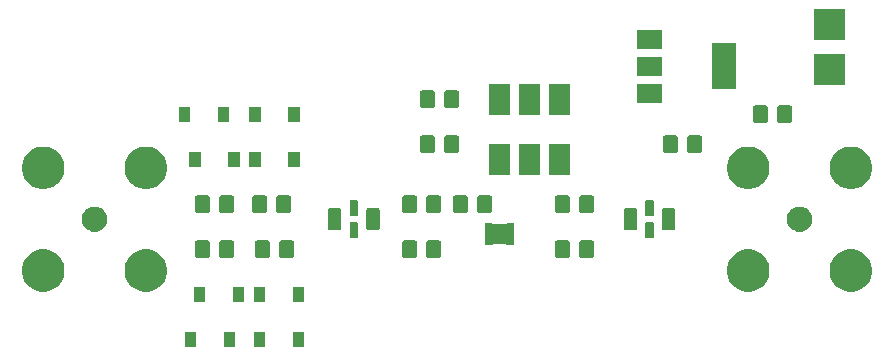
<source format=gbr>
G04 #@! TF.GenerationSoftware,KiCad,Pcbnew,5.1.5-52549c5~84~ubuntu18.04.1*
G04 #@! TF.CreationDate,2020-03-18T11:06:09+09:30*
G04 #@! TF.ProjectId,Frontend V2,46726f6e-7465-46e6-9420-56322e6b6963,rev?*
G04 #@! TF.SameCoordinates,Original*
G04 #@! TF.FileFunction,Soldermask,Top*
G04 #@! TF.FilePolarity,Negative*
%FSLAX46Y46*%
G04 Gerber Fmt 4.6, Leading zero omitted, Abs format (unit mm)*
G04 Created by KiCad (PCBNEW 5.1.5-52549c5~84~ubuntu18.04.1) date 2020-03-18 11:06:09*
%MOMM*%
%LPD*%
G04 APERTURE LIST*
%ADD10C,0.100000*%
G04 APERTURE END LIST*
D10*
G36*
X157471000Y-64151000D02*
G01*
X156469000Y-64151000D01*
X156469000Y-62849000D01*
X157471000Y-62849000D01*
X157471000Y-64151000D01*
G37*
G36*
X154171000Y-64151000D02*
G01*
X153169000Y-64151000D01*
X153169000Y-62849000D01*
X154171000Y-62849000D01*
X154171000Y-64151000D01*
G37*
G36*
X151631000Y-64151000D02*
G01*
X150629000Y-64151000D01*
X150629000Y-62849000D01*
X151631000Y-62849000D01*
X151631000Y-64151000D01*
G37*
G36*
X148331000Y-64151000D02*
G01*
X147329000Y-64151000D01*
X147329000Y-62849000D01*
X148331000Y-62849000D01*
X148331000Y-64151000D01*
G37*
G36*
X149091000Y-60341000D02*
G01*
X148089000Y-60341000D01*
X148089000Y-59039000D01*
X149091000Y-59039000D01*
X149091000Y-60341000D01*
G37*
G36*
X157471000Y-60341000D02*
G01*
X156469000Y-60341000D01*
X156469000Y-59039000D01*
X157471000Y-59039000D01*
X157471000Y-60341000D01*
G37*
G36*
X154171000Y-60341000D02*
G01*
X153169000Y-60341000D01*
X153169000Y-59039000D01*
X154171000Y-59039000D01*
X154171000Y-60341000D01*
G37*
G36*
X152391000Y-60341000D02*
G01*
X151389000Y-60341000D01*
X151389000Y-59039000D01*
X152391000Y-59039000D01*
X152391000Y-60341000D01*
G37*
G36*
X135875331Y-55958211D02*
G01*
X136203092Y-56093974D01*
X136498070Y-56291072D01*
X136748928Y-56541930D01*
X136946026Y-56836908D01*
X137081789Y-57164669D01*
X137151000Y-57512616D01*
X137151000Y-57867384D01*
X137081789Y-58215331D01*
X136946026Y-58543092D01*
X136748928Y-58838070D01*
X136498070Y-59088928D01*
X136203092Y-59286026D01*
X135875331Y-59421789D01*
X135527384Y-59491000D01*
X135172616Y-59491000D01*
X134824669Y-59421789D01*
X134496908Y-59286026D01*
X134201930Y-59088928D01*
X133951072Y-58838070D01*
X133753974Y-58543092D01*
X133618211Y-58215331D01*
X133549000Y-57867384D01*
X133549000Y-57512616D01*
X133618211Y-57164669D01*
X133753974Y-56836908D01*
X133951072Y-56541930D01*
X134201930Y-56291072D01*
X134496908Y-56093974D01*
X134824669Y-55958211D01*
X135172616Y-55889000D01*
X135527384Y-55889000D01*
X135875331Y-55958211D01*
G37*
G36*
X144575331Y-55958211D02*
G01*
X144903092Y-56093974D01*
X145198070Y-56291072D01*
X145448928Y-56541930D01*
X145646026Y-56836908D01*
X145781789Y-57164669D01*
X145851000Y-57512616D01*
X145851000Y-57867384D01*
X145781789Y-58215331D01*
X145646026Y-58543092D01*
X145448928Y-58838070D01*
X145198070Y-59088928D01*
X144903092Y-59286026D01*
X144575331Y-59421789D01*
X144227384Y-59491000D01*
X143872616Y-59491000D01*
X143524669Y-59421789D01*
X143196908Y-59286026D01*
X142901930Y-59088928D01*
X142651072Y-58838070D01*
X142453974Y-58543092D01*
X142318211Y-58215331D01*
X142249000Y-57867384D01*
X142249000Y-57512616D01*
X142318211Y-57164669D01*
X142453974Y-56836908D01*
X142651072Y-56541930D01*
X142901930Y-56291072D01*
X143196908Y-56093974D01*
X143524669Y-55958211D01*
X143872616Y-55889000D01*
X144227384Y-55889000D01*
X144575331Y-55958211D01*
G37*
G36*
X195565331Y-55958211D02*
G01*
X195893092Y-56093974D01*
X196188070Y-56291072D01*
X196438928Y-56541930D01*
X196636026Y-56836908D01*
X196771789Y-57164669D01*
X196841000Y-57512616D01*
X196841000Y-57867384D01*
X196771789Y-58215331D01*
X196636026Y-58543092D01*
X196438928Y-58838070D01*
X196188070Y-59088928D01*
X195893092Y-59286026D01*
X195565331Y-59421789D01*
X195217384Y-59491000D01*
X194862616Y-59491000D01*
X194514669Y-59421789D01*
X194186908Y-59286026D01*
X193891930Y-59088928D01*
X193641072Y-58838070D01*
X193443974Y-58543092D01*
X193308211Y-58215331D01*
X193239000Y-57867384D01*
X193239000Y-57512616D01*
X193308211Y-57164669D01*
X193443974Y-56836908D01*
X193641072Y-56541930D01*
X193891930Y-56291072D01*
X194186908Y-56093974D01*
X194514669Y-55958211D01*
X194862616Y-55889000D01*
X195217384Y-55889000D01*
X195565331Y-55958211D01*
G37*
G36*
X204265331Y-55958211D02*
G01*
X204593092Y-56093974D01*
X204888070Y-56291072D01*
X205138928Y-56541930D01*
X205336026Y-56836908D01*
X205471789Y-57164669D01*
X205541000Y-57512616D01*
X205541000Y-57867384D01*
X205471789Y-58215331D01*
X205336026Y-58543092D01*
X205138928Y-58838070D01*
X204888070Y-59088928D01*
X204593092Y-59286026D01*
X204265331Y-59421789D01*
X203917384Y-59491000D01*
X203562616Y-59491000D01*
X203214669Y-59421789D01*
X202886908Y-59286026D01*
X202591930Y-59088928D01*
X202341072Y-58838070D01*
X202143974Y-58543092D01*
X202008211Y-58215331D01*
X201939000Y-57867384D01*
X201939000Y-57512616D01*
X202008211Y-57164669D01*
X202143974Y-56836908D01*
X202341072Y-56541930D01*
X202591930Y-56291072D01*
X202886908Y-56093974D01*
X203214669Y-55958211D01*
X203562616Y-55889000D01*
X203917384Y-55889000D01*
X204265331Y-55958211D01*
G37*
G36*
X181828674Y-55133465D02*
G01*
X181866367Y-55144899D01*
X181901103Y-55163466D01*
X181931548Y-55188452D01*
X181956534Y-55218897D01*
X181975101Y-55253633D01*
X181986535Y-55291326D01*
X181991000Y-55336661D01*
X181991000Y-56423339D01*
X181986535Y-56468674D01*
X181975101Y-56506367D01*
X181956534Y-56541103D01*
X181931548Y-56571548D01*
X181901103Y-56596534D01*
X181866367Y-56615101D01*
X181828674Y-56626535D01*
X181783339Y-56631000D01*
X180946661Y-56631000D01*
X180901326Y-56626535D01*
X180863633Y-56615101D01*
X180828897Y-56596534D01*
X180798452Y-56571548D01*
X180773466Y-56541103D01*
X180754899Y-56506367D01*
X180743465Y-56468674D01*
X180739000Y-56423339D01*
X180739000Y-55336661D01*
X180743465Y-55291326D01*
X180754899Y-55253633D01*
X180773466Y-55218897D01*
X180798452Y-55188452D01*
X180828897Y-55163466D01*
X180863633Y-55144899D01*
X180901326Y-55133465D01*
X180946661Y-55129000D01*
X181783339Y-55129000D01*
X181828674Y-55133465D01*
G37*
G36*
X168883674Y-55133465D02*
G01*
X168921367Y-55144899D01*
X168956103Y-55163466D01*
X168986548Y-55188452D01*
X169011534Y-55218897D01*
X169030101Y-55253633D01*
X169041535Y-55291326D01*
X169046000Y-55336661D01*
X169046000Y-56423339D01*
X169041535Y-56468674D01*
X169030101Y-56506367D01*
X169011534Y-56541103D01*
X168986548Y-56571548D01*
X168956103Y-56596534D01*
X168921367Y-56615101D01*
X168883674Y-56626535D01*
X168838339Y-56631000D01*
X168001661Y-56631000D01*
X167956326Y-56626535D01*
X167918633Y-56615101D01*
X167883897Y-56596534D01*
X167853452Y-56571548D01*
X167828466Y-56541103D01*
X167809899Y-56506367D01*
X167798465Y-56468674D01*
X167794000Y-56423339D01*
X167794000Y-55336661D01*
X167798465Y-55291326D01*
X167809899Y-55253633D01*
X167828466Y-55218897D01*
X167853452Y-55188452D01*
X167883897Y-55163466D01*
X167918633Y-55144899D01*
X167956326Y-55133465D01*
X168001661Y-55129000D01*
X168838339Y-55129000D01*
X168883674Y-55133465D01*
G37*
G36*
X166833674Y-55133465D02*
G01*
X166871367Y-55144899D01*
X166906103Y-55163466D01*
X166936548Y-55188452D01*
X166961534Y-55218897D01*
X166980101Y-55253633D01*
X166991535Y-55291326D01*
X166996000Y-55336661D01*
X166996000Y-56423339D01*
X166991535Y-56468674D01*
X166980101Y-56506367D01*
X166961534Y-56541103D01*
X166936548Y-56571548D01*
X166906103Y-56596534D01*
X166871367Y-56615101D01*
X166833674Y-56626535D01*
X166788339Y-56631000D01*
X165951661Y-56631000D01*
X165906326Y-56626535D01*
X165868633Y-56615101D01*
X165833897Y-56596534D01*
X165803452Y-56571548D01*
X165778466Y-56541103D01*
X165759899Y-56506367D01*
X165748465Y-56468674D01*
X165744000Y-56423339D01*
X165744000Y-55336661D01*
X165748465Y-55291326D01*
X165759899Y-55253633D01*
X165778466Y-55218897D01*
X165803452Y-55188452D01*
X165833897Y-55163466D01*
X165868633Y-55144899D01*
X165906326Y-55133465D01*
X165951661Y-55129000D01*
X166788339Y-55129000D01*
X166833674Y-55133465D01*
G37*
G36*
X156428674Y-55133465D02*
G01*
X156466367Y-55144899D01*
X156501103Y-55163466D01*
X156531548Y-55188452D01*
X156556534Y-55218897D01*
X156575101Y-55253633D01*
X156586535Y-55291326D01*
X156591000Y-55336661D01*
X156591000Y-56423339D01*
X156586535Y-56468674D01*
X156575101Y-56506367D01*
X156556534Y-56541103D01*
X156531548Y-56571548D01*
X156501103Y-56596534D01*
X156466367Y-56615101D01*
X156428674Y-56626535D01*
X156383339Y-56631000D01*
X155546661Y-56631000D01*
X155501326Y-56626535D01*
X155463633Y-56615101D01*
X155428897Y-56596534D01*
X155398452Y-56571548D01*
X155373466Y-56541103D01*
X155354899Y-56506367D01*
X155343465Y-56468674D01*
X155339000Y-56423339D01*
X155339000Y-55336661D01*
X155343465Y-55291326D01*
X155354899Y-55253633D01*
X155373466Y-55218897D01*
X155398452Y-55188452D01*
X155428897Y-55163466D01*
X155463633Y-55144899D01*
X155501326Y-55133465D01*
X155546661Y-55129000D01*
X156383339Y-55129000D01*
X156428674Y-55133465D01*
G37*
G36*
X149298674Y-55133465D02*
G01*
X149336367Y-55144899D01*
X149371103Y-55163466D01*
X149401548Y-55188452D01*
X149426534Y-55218897D01*
X149445101Y-55253633D01*
X149456535Y-55291326D01*
X149461000Y-55336661D01*
X149461000Y-56423339D01*
X149456535Y-56468674D01*
X149445101Y-56506367D01*
X149426534Y-56541103D01*
X149401548Y-56571548D01*
X149371103Y-56596534D01*
X149336367Y-56615101D01*
X149298674Y-56626535D01*
X149253339Y-56631000D01*
X148416661Y-56631000D01*
X148371326Y-56626535D01*
X148333633Y-56615101D01*
X148298897Y-56596534D01*
X148268452Y-56571548D01*
X148243466Y-56541103D01*
X148224899Y-56506367D01*
X148213465Y-56468674D01*
X148209000Y-56423339D01*
X148209000Y-55336661D01*
X148213465Y-55291326D01*
X148224899Y-55253633D01*
X148243466Y-55218897D01*
X148268452Y-55188452D01*
X148298897Y-55163466D01*
X148333633Y-55144899D01*
X148371326Y-55133465D01*
X148416661Y-55129000D01*
X149253339Y-55129000D01*
X149298674Y-55133465D01*
G37*
G36*
X151348674Y-55133465D02*
G01*
X151386367Y-55144899D01*
X151421103Y-55163466D01*
X151451548Y-55188452D01*
X151476534Y-55218897D01*
X151495101Y-55253633D01*
X151506535Y-55291326D01*
X151511000Y-55336661D01*
X151511000Y-56423339D01*
X151506535Y-56468674D01*
X151495101Y-56506367D01*
X151476534Y-56541103D01*
X151451548Y-56571548D01*
X151421103Y-56596534D01*
X151386367Y-56615101D01*
X151348674Y-56626535D01*
X151303339Y-56631000D01*
X150466661Y-56631000D01*
X150421326Y-56626535D01*
X150383633Y-56615101D01*
X150348897Y-56596534D01*
X150318452Y-56571548D01*
X150293466Y-56541103D01*
X150274899Y-56506367D01*
X150263465Y-56468674D01*
X150259000Y-56423339D01*
X150259000Y-55336661D01*
X150263465Y-55291326D01*
X150274899Y-55253633D01*
X150293466Y-55218897D01*
X150318452Y-55188452D01*
X150348897Y-55163466D01*
X150383633Y-55144899D01*
X150421326Y-55133465D01*
X150466661Y-55129000D01*
X151303339Y-55129000D01*
X151348674Y-55133465D01*
G37*
G36*
X154378674Y-55133465D02*
G01*
X154416367Y-55144899D01*
X154451103Y-55163466D01*
X154481548Y-55188452D01*
X154506534Y-55218897D01*
X154525101Y-55253633D01*
X154536535Y-55291326D01*
X154541000Y-55336661D01*
X154541000Y-56423339D01*
X154536535Y-56468674D01*
X154525101Y-56506367D01*
X154506534Y-56541103D01*
X154481548Y-56571548D01*
X154451103Y-56596534D01*
X154416367Y-56615101D01*
X154378674Y-56626535D01*
X154333339Y-56631000D01*
X153496661Y-56631000D01*
X153451326Y-56626535D01*
X153413633Y-56615101D01*
X153378897Y-56596534D01*
X153348452Y-56571548D01*
X153323466Y-56541103D01*
X153304899Y-56506367D01*
X153293465Y-56468674D01*
X153289000Y-56423339D01*
X153289000Y-55336661D01*
X153293465Y-55291326D01*
X153304899Y-55253633D01*
X153323466Y-55218897D01*
X153348452Y-55188452D01*
X153378897Y-55163466D01*
X153413633Y-55144899D01*
X153451326Y-55133465D01*
X153496661Y-55129000D01*
X154333339Y-55129000D01*
X154378674Y-55133465D01*
G37*
G36*
X179778674Y-55133465D02*
G01*
X179816367Y-55144899D01*
X179851103Y-55163466D01*
X179881548Y-55188452D01*
X179906534Y-55218897D01*
X179925101Y-55253633D01*
X179936535Y-55291326D01*
X179941000Y-55336661D01*
X179941000Y-56423339D01*
X179936535Y-56468674D01*
X179925101Y-56506367D01*
X179906534Y-56541103D01*
X179881548Y-56571548D01*
X179851103Y-56596534D01*
X179816367Y-56615101D01*
X179778674Y-56626535D01*
X179733339Y-56631000D01*
X178896661Y-56631000D01*
X178851326Y-56626535D01*
X178813633Y-56615101D01*
X178778897Y-56596534D01*
X178748452Y-56571548D01*
X178723466Y-56541103D01*
X178704899Y-56506367D01*
X178693465Y-56468674D01*
X178689000Y-56423339D01*
X178689000Y-55336661D01*
X178693465Y-55291326D01*
X178704899Y-55253633D01*
X178723466Y-55218897D01*
X178748452Y-55188452D01*
X178778897Y-55163466D01*
X178813633Y-55144899D01*
X178851326Y-55133465D01*
X178896661Y-55129000D01*
X179733339Y-55129000D01*
X179778674Y-55133465D01*
G37*
G36*
X173362066Y-53703447D02*
G01*
X173377611Y-53722389D01*
X173396553Y-53737934D01*
X173418164Y-53749485D01*
X173441613Y-53756598D01*
X173465999Y-53759000D01*
X174514001Y-53759000D01*
X174538387Y-53756598D01*
X174561836Y-53749485D01*
X174583447Y-53737934D01*
X174602389Y-53722389D01*
X174617934Y-53703447D01*
X174628328Y-53684000D01*
X175241000Y-53684000D01*
X175241000Y-55536000D01*
X174628328Y-55536000D01*
X174617934Y-55516553D01*
X174602389Y-55497611D01*
X174583447Y-55482066D01*
X174561836Y-55470515D01*
X174538387Y-55463402D01*
X174514001Y-55461000D01*
X173465999Y-55461000D01*
X173441613Y-55463402D01*
X173418164Y-55470515D01*
X173396553Y-55482066D01*
X173377611Y-55497611D01*
X173362066Y-55516553D01*
X173351672Y-55536000D01*
X172739000Y-55536000D01*
X172739000Y-53684000D01*
X173351672Y-53684000D01*
X173362066Y-53703447D01*
G37*
G36*
X186952916Y-53596812D02*
G01*
X186974467Y-53603350D01*
X186994333Y-53613968D01*
X187011743Y-53628257D01*
X187026032Y-53645667D01*
X187036650Y-53665533D01*
X187043188Y-53687084D01*
X187046000Y-53715640D01*
X187046000Y-54819360D01*
X187043188Y-54847916D01*
X187036650Y-54869467D01*
X187026032Y-54889333D01*
X187011743Y-54906743D01*
X186994333Y-54921032D01*
X186974467Y-54931650D01*
X186952916Y-54938188D01*
X186924360Y-54941000D01*
X186455640Y-54941000D01*
X186427084Y-54938188D01*
X186405533Y-54931650D01*
X186385667Y-54921032D01*
X186368257Y-54906743D01*
X186353968Y-54889333D01*
X186343350Y-54869467D01*
X186336812Y-54847916D01*
X186334000Y-54819360D01*
X186334000Y-53715640D01*
X186336812Y-53687084D01*
X186343350Y-53665533D01*
X186353968Y-53645667D01*
X186368257Y-53628257D01*
X186385667Y-53613968D01*
X186405533Y-53603350D01*
X186427084Y-53596812D01*
X186455640Y-53594000D01*
X186924360Y-53594000D01*
X186952916Y-53596812D01*
G37*
G36*
X161907916Y-53596812D02*
G01*
X161929467Y-53603350D01*
X161949333Y-53613968D01*
X161966743Y-53628257D01*
X161981032Y-53645667D01*
X161991650Y-53665533D01*
X161998188Y-53687084D01*
X162001000Y-53715640D01*
X162001000Y-54819360D01*
X161998188Y-54847916D01*
X161991650Y-54869467D01*
X161981032Y-54889333D01*
X161966743Y-54906743D01*
X161949333Y-54921032D01*
X161929467Y-54931650D01*
X161907916Y-54938188D01*
X161879360Y-54941000D01*
X161410640Y-54941000D01*
X161382084Y-54938188D01*
X161360533Y-54931650D01*
X161340667Y-54921032D01*
X161323257Y-54906743D01*
X161308968Y-54889333D01*
X161298350Y-54869467D01*
X161291812Y-54847916D01*
X161289000Y-54819360D01*
X161289000Y-53715640D01*
X161291812Y-53687084D01*
X161298350Y-53665533D01*
X161308968Y-53645667D01*
X161323257Y-53628257D01*
X161340667Y-53613968D01*
X161360533Y-53603350D01*
X161382084Y-53596812D01*
X161410640Y-53594000D01*
X161879360Y-53594000D01*
X161907916Y-53596812D01*
G37*
G36*
X199526458Y-52270063D02*
G01*
X199703858Y-52305350D01*
X199899677Y-52386461D01*
X200075910Y-52504216D01*
X200225784Y-52654090D01*
X200343539Y-52830323D01*
X200424650Y-53026142D01*
X200466000Y-53234023D01*
X200466000Y-53445977D01*
X200424650Y-53653858D01*
X200343539Y-53849677D01*
X200225784Y-54025910D01*
X200075910Y-54175784D01*
X199899677Y-54293539D01*
X199703858Y-54374650D01*
X199565271Y-54402217D01*
X199495978Y-54416000D01*
X199284022Y-54416000D01*
X199214729Y-54402217D01*
X199076142Y-54374650D01*
X198880323Y-54293539D01*
X198704090Y-54175784D01*
X198554216Y-54025910D01*
X198436461Y-53849677D01*
X198355350Y-53653858D01*
X198314000Y-53445977D01*
X198314000Y-53234023D01*
X198355350Y-53026142D01*
X198436461Y-52830323D01*
X198554216Y-52654090D01*
X198704090Y-52504216D01*
X198880323Y-52386461D01*
X199076142Y-52305350D01*
X199253542Y-52270063D01*
X199284022Y-52264000D01*
X199495978Y-52264000D01*
X199526458Y-52270063D01*
G37*
G36*
X139836458Y-52270063D02*
G01*
X140013858Y-52305350D01*
X140209677Y-52386461D01*
X140385910Y-52504216D01*
X140535784Y-52654090D01*
X140653539Y-52830323D01*
X140734650Y-53026142D01*
X140776000Y-53234023D01*
X140776000Y-53445977D01*
X140734650Y-53653858D01*
X140653539Y-53849677D01*
X140535784Y-54025910D01*
X140385910Y-54175784D01*
X140209677Y-54293539D01*
X140013858Y-54374650D01*
X139875271Y-54402217D01*
X139805978Y-54416000D01*
X139594022Y-54416000D01*
X139524729Y-54402217D01*
X139386142Y-54374650D01*
X139190323Y-54293539D01*
X139014090Y-54175784D01*
X138864216Y-54025910D01*
X138746461Y-53849677D01*
X138665350Y-53653858D01*
X138624000Y-53445977D01*
X138624000Y-53234023D01*
X138665350Y-53026142D01*
X138746461Y-52830323D01*
X138864216Y-52654090D01*
X139014090Y-52504216D01*
X139190323Y-52386461D01*
X139386142Y-52305350D01*
X139563542Y-52270063D01*
X139594022Y-52264000D01*
X139805978Y-52264000D01*
X139836458Y-52270063D01*
G37*
G36*
X185467593Y-52393610D02*
G01*
X185506695Y-52405472D01*
X185542745Y-52424741D01*
X185574335Y-52450665D01*
X185600259Y-52482255D01*
X185619528Y-52518305D01*
X185631390Y-52557407D01*
X185636000Y-52604220D01*
X185636000Y-54075780D01*
X185631390Y-54122593D01*
X185619528Y-54161695D01*
X185600259Y-54197745D01*
X185574335Y-54229335D01*
X185542745Y-54255259D01*
X185506695Y-54274528D01*
X185467593Y-54286390D01*
X185420780Y-54291000D01*
X184709220Y-54291000D01*
X184662407Y-54286390D01*
X184623305Y-54274528D01*
X184587255Y-54255259D01*
X184555665Y-54229335D01*
X184529741Y-54197745D01*
X184510472Y-54161695D01*
X184498610Y-54122593D01*
X184494000Y-54075780D01*
X184494000Y-52604220D01*
X184498610Y-52557407D01*
X184510472Y-52518305D01*
X184529741Y-52482255D01*
X184555665Y-52450665D01*
X184587255Y-52424741D01*
X184623305Y-52405472D01*
X184662407Y-52393610D01*
X184709220Y-52389000D01*
X185420780Y-52389000D01*
X185467593Y-52393610D01*
G37*
G36*
X188717593Y-52393610D02*
G01*
X188756695Y-52405472D01*
X188792745Y-52424741D01*
X188824335Y-52450665D01*
X188850259Y-52482255D01*
X188869528Y-52518305D01*
X188881390Y-52557407D01*
X188886000Y-52604220D01*
X188886000Y-54075780D01*
X188881390Y-54122593D01*
X188869528Y-54161695D01*
X188850259Y-54197745D01*
X188824335Y-54229335D01*
X188792745Y-54255259D01*
X188756695Y-54274528D01*
X188717593Y-54286390D01*
X188670780Y-54291000D01*
X187959220Y-54291000D01*
X187912407Y-54286390D01*
X187873305Y-54274528D01*
X187837255Y-54255259D01*
X187805665Y-54229335D01*
X187779741Y-54197745D01*
X187760472Y-54161695D01*
X187748610Y-54122593D01*
X187744000Y-54075780D01*
X187744000Y-52604220D01*
X187748610Y-52557407D01*
X187760472Y-52518305D01*
X187779741Y-52482255D01*
X187805665Y-52450665D01*
X187837255Y-52424741D01*
X187873305Y-52405472D01*
X187912407Y-52393610D01*
X187959220Y-52389000D01*
X188670780Y-52389000D01*
X188717593Y-52393610D01*
G37*
G36*
X160422593Y-52393610D02*
G01*
X160461695Y-52405472D01*
X160497745Y-52424741D01*
X160529335Y-52450665D01*
X160555259Y-52482255D01*
X160574528Y-52518305D01*
X160586390Y-52557407D01*
X160591000Y-52604220D01*
X160591000Y-54075780D01*
X160586390Y-54122593D01*
X160574528Y-54161695D01*
X160555259Y-54197745D01*
X160529335Y-54229335D01*
X160497745Y-54255259D01*
X160461695Y-54274528D01*
X160422593Y-54286390D01*
X160375780Y-54291000D01*
X159664220Y-54291000D01*
X159617407Y-54286390D01*
X159578305Y-54274528D01*
X159542255Y-54255259D01*
X159510665Y-54229335D01*
X159484741Y-54197745D01*
X159465472Y-54161695D01*
X159453610Y-54122593D01*
X159449000Y-54075780D01*
X159449000Y-52604220D01*
X159453610Y-52557407D01*
X159465472Y-52518305D01*
X159484741Y-52482255D01*
X159510665Y-52450665D01*
X159542255Y-52424741D01*
X159578305Y-52405472D01*
X159617407Y-52393610D01*
X159664220Y-52389000D01*
X160375780Y-52389000D01*
X160422593Y-52393610D01*
G37*
G36*
X163672593Y-52393610D02*
G01*
X163711695Y-52405472D01*
X163747745Y-52424741D01*
X163779335Y-52450665D01*
X163805259Y-52482255D01*
X163824528Y-52518305D01*
X163836390Y-52557407D01*
X163841000Y-52604220D01*
X163841000Y-54075780D01*
X163836390Y-54122593D01*
X163824528Y-54161695D01*
X163805259Y-54197745D01*
X163779335Y-54229335D01*
X163747745Y-54255259D01*
X163711695Y-54274528D01*
X163672593Y-54286390D01*
X163625780Y-54291000D01*
X162914220Y-54291000D01*
X162867407Y-54286390D01*
X162828305Y-54274528D01*
X162792255Y-54255259D01*
X162760665Y-54229335D01*
X162734741Y-54197745D01*
X162715472Y-54161695D01*
X162703610Y-54122593D01*
X162699000Y-54075780D01*
X162699000Y-52604220D01*
X162703610Y-52557407D01*
X162715472Y-52518305D01*
X162734741Y-52482255D01*
X162760665Y-52450665D01*
X162792255Y-52424741D01*
X162828305Y-52405472D01*
X162867407Y-52393610D01*
X162914220Y-52389000D01*
X163625780Y-52389000D01*
X163672593Y-52393610D01*
G37*
G36*
X161907916Y-51741812D02*
G01*
X161929467Y-51748350D01*
X161949333Y-51758968D01*
X161966743Y-51773257D01*
X161981032Y-51790667D01*
X161991650Y-51810533D01*
X161998188Y-51832084D01*
X162001000Y-51860640D01*
X162001000Y-52964360D01*
X161998188Y-52992916D01*
X161991650Y-53014467D01*
X161981032Y-53034333D01*
X161966743Y-53051743D01*
X161949333Y-53066032D01*
X161929467Y-53076650D01*
X161907916Y-53083188D01*
X161879360Y-53086000D01*
X161410640Y-53086000D01*
X161382084Y-53083188D01*
X161360533Y-53076650D01*
X161340667Y-53066032D01*
X161323257Y-53051743D01*
X161308968Y-53034333D01*
X161298350Y-53014467D01*
X161291812Y-52992916D01*
X161289000Y-52964360D01*
X161289000Y-51860640D01*
X161291812Y-51832084D01*
X161298350Y-51810533D01*
X161308968Y-51790667D01*
X161323257Y-51773257D01*
X161340667Y-51758968D01*
X161360533Y-51748350D01*
X161382084Y-51741812D01*
X161410640Y-51739000D01*
X161879360Y-51739000D01*
X161907916Y-51741812D01*
G37*
G36*
X186952916Y-51741812D02*
G01*
X186974467Y-51748350D01*
X186994333Y-51758968D01*
X187011743Y-51773257D01*
X187026032Y-51790667D01*
X187036650Y-51810533D01*
X187043188Y-51832084D01*
X187046000Y-51860640D01*
X187046000Y-52964360D01*
X187043188Y-52992916D01*
X187036650Y-53014467D01*
X187026032Y-53034333D01*
X187011743Y-53051743D01*
X186994333Y-53066032D01*
X186974467Y-53076650D01*
X186952916Y-53083188D01*
X186924360Y-53086000D01*
X186455640Y-53086000D01*
X186427084Y-53083188D01*
X186405533Y-53076650D01*
X186385667Y-53066032D01*
X186368257Y-53051743D01*
X186353968Y-53034333D01*
X186343350Y-53014467D01*
X186336812Y-52992916D01*
X186334000Y-52964360D01*
X186334000Y-51860640D01*
X186336812Y-51832084D01*
X186343350Y-51810533D01*
X186353968Y-51790667D01*
X186368257Y-51773257D01*
X186385667Y-51758968D01*
X186405533Y-51748350D01*
X186427084Y-51741812D01*
X186455640Y-51739000D01*
X186924360Y-51739000D01*
X186952916Y-51741812D01*
G37*
G36*
X179778674Y-51323465D02*
G01*
X179816367Y-51334899D01*
X179851103Y-51353466D01*
X179881548Y-51378452D01*
X179906534Y-51408897D01*
X179925101Y-51443633D01*
X179936535Y-51481326D01*
X179941000Y-51526661D01*
X179941000Y-52613339D01*
X179936535Y-52658674D01*
X179925101Y-52696367D01*
X179906534Y-52731103D01*
X179881548Y-52761548D01*
X179851103Y-52786534D01*
X179816367Y-52805101D01*
X179778674Y-52816535D01*
X179733339Y-52821000D01*
X178896661Y-52821000D01*
X178851326Y-52816535D01*
X178813633Y-52805101D01*
X178778897Y-52786534D01*
X178748452Y-52761548D01*
X178723466Y-52731103D01*
X178704899Y-52696367D01*
X178693465Y-52658674D01*
X178689000Y-52613339D01*
X178689000Y-51526661D01*
X178693465Y-51481326D01*
X178704899Y-51443633D01*
X178723466Y-51408897D01*
X178748452Y-51378452D01*
X178778897Y-51353466D01*
X178813633Y-51334899D01*
X178851326Y-51323465D01*
X178896661Y-51319000D01*
X179733339Y-51319000D01*
X179778674Y-51323465D01*
G37*
G36*
X181828674Y-51323465D02*
G01*
X181866367Y-51334899D01*
X181901103Y-51353466D01*
X181931548Y-51378452D01*
X181956534Y-51408897D01*
X181975101Y-51443633D01*
X181986535Y-51481326D01*
X181991000Y-51526661D01*
X181991000Y-52613339D01*
X181986535Y-52658674D01*
X181975101Y-52696367D01*
X181956534Y-52731103D01*
X181931548Y-52761548D01*
X181901103Y-52786534D01*
X181866367Y-52805101D01*
X181828674Y-52816535D01*
X181783339Y-52821000D01*
X180946661Y-52821000D01*
X180901326Y-52816535D01*
X180863633Y-52805101D01*
X180828897Y-52786534D01*
X180798452Y-52761548D01*
X180773466Y-52731103D01*
X180754899Y-52696367D01*
X180743465Y-52658674D01*
X180739000Y-52613339D01*
X180739000Y-51526661D01*
X180743465Y-51481326D01*
X180754899Y-51443633D01*
X180773466Y-51408897D01*
X180798452Y-51378452D01*
X180828897Y-51353466D01*
X180863633Y-51334899D01*
X180901326Y-51323465D01*
X180946661Y-51319000D01*
X181783339Y-51319000D01*
X181828674Y-51323465D01*
G37*
G36*
X171133674Y-51323465D02*
G01*
X171171367Y-51334899D01*
X171206103Y-51353466D01*
X171236548Y-51378452D01*
X171261534Y-51408897D01*
X171280101Y-51443633D01*
X171291535Y-51481326D01*
X171296000Y-51526661D01*
X171296000Y-52613339D01*
X171291535Y-52658674D01*
X171280101Y-52696367D01*
X171261534Y-52731103D01*
X171236548Y-52761548D01*
X171206103Y-52786534D01*
X171171367Y-52805101D01*
X171133674Y-52816535D01*
X171088339Y-52821000D01*
X170251661Y-52821000D01*
X170206326Y-52816535D01*
X170168633Y-52805101D01*
X170133897Y-52786534D01*
X170103452Y-52761548D01*
X170078466Y-52731103D01*
X170059899Y-52696367D01*
X170048465Y-52658674D01*
X170044000Y-52613339D01*
X170044000Y-51526661D01*
X170048465Y-51481326D01*
X170059899Y-51443633D01*
X170078466Y-51408897D01*
X170103452Y-51378452D01*
X170133897Y-51353466D01*
X170168633Y-51334899D01*
X170206326Y-51323465D01*
X170251661Y-51319000D01*
X171088339Y-51319000D01*
X171133674Y-51323465D01*
G37*
G36*
X173183674Y-51323465D02*
G01*
X173221367Y-51334899D01*
X173256103Y-51353466D01*
X173286548Y-51378452D01*
X173311534Y-51408897D01*
X173330101Y-51443633D01*
X173341535Y-51481326D01*
X173346000Y-51526661D01*
X173346000Y-52613339D01*
X173341535Y-52658674D01*
X173330101Y-52696367D01*
X173311534Y-52731103D01*
X173286548Y-52761548D01*
X173256103Y-52786534D01*
X173221367Y-52805101D01*
X173183674Y-52816535D01*
X173138339Y-52821000D01*
X172301661Y-52821000D01*
X172256326Y-52816535D01*
X172218633Y-52805101D01*
X172183897Y-52786534D01*
X172153452Y-52761548D01*
X172128466Y-52731103D01*
X172109899Y-52696367D01*
X172098465Y-52658674D01*
X172094000Y-52613339D01*
X172094000Y-51526661D01*
X172098465Y-51481326D01*
X172109899Y-51443633D01*
X172128466Y-51408897D01*
X172153452Y-51378452D01*
X172183897Y-51353466D01*
X172218633Y-51334899D01*
X172256326Y-51323465D01*
X172301661Y-51319000D01*
X173138339Y-51319000D01*
X173183674Y-51323465D01*
G37*
G36*
X149298674Y-51323465D02*
G01*
X149336367Y-51334899D01*
X149371103Y-51353466D01*
X149401548Y-51378452D01*
X149426534Y-51408897D01*
X149445101Y-51443633D01*
X149456535Y-51481326D01*
X149461000Y-51526661D01*
X149461000Y-52613339D01*
X149456535Y-52658674D01*
X149445101Y-52696367D01*
X149426534Y-52731103D01*
X149401548Y-52761548D01*
X149371103Y-52786534D01*
X149336367Y-52805101D01*
X149298674Y-52816535D01*
X149253339Y-52821000D01*
X148416661Y-52821000D01*
X148371326Y-52816535D01*
X148333633Y-52805101D01*
X148298897Y-52786534D01*
X148268452Y-52761548D01*
X148243466Y-52731103D01*
X148224899Y-52696367D01*
X148213465Y-52658674D01*
X148209000Y-52613339D01*
X148209000Y-51526661D01*
X148213465Y-51481326D01*
X148224899Y-51443633D01*
X148243466Y-51408897D01*
X148268452Y-51378452D01*
X148298897Y-51353466D01*
X148333633Y-51334899D01*
X148371326Y-51323465D01*
X148416661Y-51319000D01*
X149253339Y-51319000D01*
X149298674Y-51323465D01*
G37*
G36*
X151348674Y-51323465D02*
G01*
X151386367Y-51334899D01*
X151421103Y-51353466D01*
X151451548Y-51378452D01*
X151476534Y-51408897D01*
X151495101Y-51443633D01*
X151506535Y-51481326D01*
X151511000Y-51526661D01*
X151511000Y-52613339D01*
X151506535Y-52658674D01*
X151495101Y-52696367D01*
X151476534Y-52731103D01*
X151451548Y-52761548D01*
X151421103Y-52786534D01*
X151386367Y-52805101D01*
X151348674Y-52816535D01*
X151303339Y-52821000D01*
X150466661Y-52821000D01*
X150421326Y-52816535D01*
X150383633Y-52805101D01*
X150348897Y-52786534D01*
X150318452Y-52761548D01*
X150293466Y-52731103D01*
X150274899Y-52696367D01*
X150263465Y-52658674D01*
X150259000Y-52613339D01*
X150259000Y-51526661D01*
X150263465Y-51481326D01*
X150274899Y-51443633D01*
X150293466Y-51408897D01*
X150318452Y-51378452D01*
X150348897Y-51353466D01*
X150383633Y-51334899D01*
X150421326Y-51323465D01*
X150466661Y-51319000D01*
X151303339Y-51319000D01*
X151348674Y-51323465D01*
G37*
G36*
X166833674Y-51323465D02*
G01*
X166871367Y-51334899D01*
X166906103Y-51353466D01*
X166936548Y-51378452D01*
X166961534Y-51408897D01*
X166980101Y-51443633D01*
X166991535Y-51481326D01*
X166996000Y-51526661D01*
X166996000Y-52613339D01*
X166991535Y-52658674D01*
X166980101Y-52696367D01*
X166961534Y-52731103D01*
X166936548Y-52761548D01*
X166906103Y-52786534D01*
X166871367Y-52805101D01*
X166833674Y-52816535D01*
X166788339Y-52821000D01*
X165951661Y-52821000D01*
X165906326Y-52816535D01*
X165868633Y-52805101D01*
X165833897Y-52786534D01*
X165803452Y-52761548D01*
X165778466Y-52731103D01*
X165759899Y-52696367D01*
X165748465Y-52658674D01*
X165744000Y-52613339D01*
X165744000Y-51526661D01*
X165748465Y-51481326D01*
X165759899Y-51443633D01*
X165778466Y-51408897D01*
X165803452Y-51378452D01*
X165833897Y-51353466D01*
X165868633Y-51334899D01*
X165906326Y-51323465D01*
X165951661Y-51319000D01*
X166788339Y-51319000D01*
X166833674Y-51323465D01*
G37*
G36*
X154133674Y-51323465D02*
G01*
X154171367Y-51334899D01*
X154206103Y-51353466D01*
X154236548Y-51378452D01*
X154261534Y-51408897D01*
X154280101Y-51443633D01*
X154291535Y-51481326D01*
X154296000Y-51526661D01*
X154296000Y-52613339D01*
X154291535Y-52658674D01*
X154280101Y-52696367D01*
X154261534Y-52731103D01*
X154236548Y-52761548D01*
X154206103Y-52786534D01*
X154171367Y-52805101D01*
X154133674Y-52816535D01*
X154088339Y-52821000D01*
X153251661Y-52821000D01*
X153206326Y-52816535D01*
X153168633Y-52805101D01*
X153133897Y-52786534D01*
X153103452Y-52761548D01*
X153078466Y-52731103D01*
X153059899Y-52696367D01*
X153048465Y-52658674D01*
X153044000Y-52613339D01*
X153044000Y-51526661D01*
X153048465Y-51481326D01*
X153059899Y-51443633D01*
X153078466Y-51408897D01*
X153103452Y-51378452D01*
X153133897Y-51353466D01*
X153168633Y-51334899D01*
X153206326Y-51323465D01*
X153251661Y-51319000D01*
X154088339Y-51319000D01*
X154133674Y-51323465D01*
G37*
G36*
X156183674Y-51323465D02*
G01*
X156221367Y-51334899D01*
X156256103Y-51353466D01*
X156286548Y-51378452D01*
X156311534Y-51408897D01*
X156330101Y-51443633D01*
X156341535Y-51481326D01*
X156346000Y-51526661D01*
X156346000Y-52613339D01*
X156341535Y-52658674D01*
X156330101Y-52696367D01*
X156311534Y-52731103D01*
X156286548Y-52761548D01*
X156256103Y-52786534D01*
X156221367Y-52805101D01*
X156183674Y-52816535D01*
X156138339Y-52821000D01*
X155301661Y-52821000D01*
X155256326Y-52816535D01*
X155218633Y-52805101D01*
X155183897Y-52786534D01*
X155153452Y-52761548D01*
X155128466Y-52731103D01*
X155109899Y-52696367D01*
X155098465Y-52658674D01*
X155094000Y-52613339D01*
X155094000Y-51526661D01*
X155098465Y-51481326D01*
X155109899Y-51443633D01*
X155128466Y-51408897D01*
X155153452Y-51378452D01*
X155183897Y-51353466D01*
X155218633Y-51334899D01*
X155256326Y-51323465D01*
X155301661Y-51319000D01*
X156138339Y-51319000D01*
X156183674Y-51323465D01*
G37*
G36*
X168883674Y-51323465D02*
G01*
X168921367Y-51334899D01*
X168956103Y-51353466D01*
X168986548Y-51378452D01*
X169011534Y-51408897D01*
X169030101Y-51443633D01*
X169041535Y-51481326D01*
X169046000Y-51526661D01*
X169046000Y-52613339D01*
X169041535Y-52658674D01*
X169030101Y-52696367D01*
X169011534Y-52731103D01*
X168986548Y-52761548D01*
X168956103Y-52786534D01*
X168921367Y-52805101D01*
X168883674Y-52816535D01*
X168838339Y-52821000D01*
X168001661Y-52821000D01*
X167956326Y-52816535D01*
X167918633Y-52805101D01*
X167883897Y-52786534D01*
X167853452Y-52761548D01*
X167828466Y-52731103D01*
X167809899Y-52696367D01*
X167798465Y-52658674D01*
X167794000Y-52613339D01*
X167794000Y-51526661D01*
X167798465Y-51481326D01*
X167809899Y-51443633D01*
X167828466Y-51408897D01*
X167853452Y-51378452D01*
X167883897Y-51353466D01*
X167918633Y-51334899D01*
X167956326Y-51323465D01*
X168001661Y-51319000D01*
X168838339Y-51319000D01*
X168883674Y-51323465D01*
G37*
G36*
X204265331Y-47258211D02*
G01*
X204593092Y-47393974D01*
X204888070Y-47591072D01*
X205138928Y-47841930D01*
X205336026Y-48136908D01*
X205471789Y-48464669D01*
X205541000Y-48812616D01*
X205541000Y-49167384D01*
X205471789Y-49515331D01*
X205336026Y-49843092D01*
X205138928Y-50138070D01*
X204888070Y-50388928D01*
X204593092Y-50586026D01*
X204265331Y-50721789D01*
X203917384Y-50791000D01*
X203562616Y-50791000D01*
X203214669Y-50721789D01*
X202886908Y-50586026D01*
X202591930Y-50388928D01*
X202341072Y-50138070D01*
X202143974Y-49843092D01*
X202008211Y-49515331D01*
X201939000Y-49167384D01*
X201939000Y-48812616D01*
X202008211Y-48464669D01*
X202143974Y-48136908D01*
X202341072Y-47841930D01*
X202591930Y-47591072D01*
X202886908Y-47393974D01*
X203214669Y-47258211D01*
X203562616Y-47189000D01*
X203917384Y-47189000D01*
X204265331Y-47258211D01*
G37*
G36*
X135875331Y-47258211D02*
G01*
X136203092Y-47393974D01*
X136498070Y-47591072D01*
X136748928Y-47841930D01*
X136946026Y-48136908D01*
X137081789Y-48464669D01*
X137151000Y-48812616D01*
X137151000Y-49167384D01*
X137081789Y-49515331D01*
X136946026Y-49843092D01*
X136748928Y-50138070D01*
X136498070Y-50388928D01*
X136203092Y-50586026D01*
X135875331Y-50721789D01*
X135527384Y-50791000D01*
X135172616Y-50791000D01*
X134824669Y-50721789D01*
X134496908Y-50586026D01*
X134201930Y-50388928D01*
X133951072Y-50138070D01*
X133753974Y-49843092D01*
X133618211Y-49515331D01*
X133549000Y-49167384D01*
X133549000Y-48812616D01*
X133618211Y-48464669D01*
X133753974Y-48136908D01*
X133951072Y-47841930D01*
X134201930Y-47591072D01*
X134496908Y-47393974D01*
X134824669Y-47258211D01*
X135172616Y-47189000D01*
X135527384Y-47189000D01*
X135875331Y-47258211D01*
G37*
G36*
X144575331Y-47258211D02*
G01*
X144903092Y-47393974D01*
X145198070Y-47591072D01*
X145448928Y-47841930D01*
X145646026Y-48136908D01*
X145781789Y-48464669D01*
X145851000Y-48812616D01*
X145851000Y-49167384D01*
X145781789Y-49515331D01*
X145646026Y-49843092D01*
X145448928Y-50138070D01*
X145198070Y-50388928D01*
X144903092Y-50586026D01*
X144575331Y-50721789D01*
X144227384Y-50791000D01*
X143872616Y-50791000D01*
X143524669Y-50721789D01*
X143196908Y-50586026D01*
X142901930Y-50388928D01*
X142651072Y-50138070D01*
X142453974Y-49843092D01*
X142318211Y-49515331D01*
X142249000Y-49167384D01*
X142249000Y-48812616D01*
X142318211Y-48464669D01*
X142453974Y-48136908D01*
X142651072Y-47841930D01*
X142901930Y-47591072D01*
X143196908Y-47393974D01*
X143524669Y-47258211D01*
X143872616Y-47189000D01*
X144227384Y-47189000D01*
X144575331Y-47258211D01*
G37*
G36*
X195565331Y-47258211D02*
G01*
X195893092Y-47393974D01*
X196188070Y-47591072D01*
X196438928Y-47841930D01*
X196636026Y-48136908D01*
X196771789Y-48464669D01*
X196841000Y-48812616D01*
X196841000Y-49167384D01*
X196771789Y-49515331D01*
X196636026Y-49843092D01*
X196438928Y-50138070D01*
X196188070Y-50388928D01*
X195893092Y-50586026D01*
X195565331Y-50721789D01*
X195217384Y-50791000D01*
X194862616Y-50791000D01*
X194514669Y-50721789D01*
X194186908Y-50586026D01*
X193891930Y-50388928D01*
X193641072Y-50138070D01*
X193443974Y-49843092D01*
X193308211Y-49515331D01*
X193239000Y-49167384D01*
X193239000Y-48812616D01*
X193308211Y-48464669D01*
X193443974Y-48136908D01*
X193641072Y-47841930D01*
X193891930Y-47591072D01*
X194186908Y-47393974D01*
X194514669Y-47258211D01*
X194862616Y-47189000D01*
X195217384Y-47189000D01*
X195565331Y-47258211D01*
G37*
G36*
X179946000Y-49581000D02*
G01*
X178194000Y-49581000D01*
X178194000Y-46939000D01*
X179946000Y-46939000D01*
X179946000Y-49581000D01*
G37*
G36*
X177406000Y-49581000D02*
G01*
X175654000Y-49581000D01*
X175654000Y-46939000D01*
X177406000Y-46939000D01*
X177406000Y-49581000D01*
G37*
G36*
X174866000Y-49581000D02*
G01*
X173114000Y-49581000D01*
X173114000Y-46939000D01*
X174866000Y-46939000D01*
X174866000Y-49581000D01*
G37*
G36*
X148711000Y-48911000D02*
G01*
X147709000Y-48911000D01*
X147709000Y-47609000D01*
X148711000Y-47609000D01*
X148711000Y-48911000D01*
G37*
G36*
X152011000Y-48911000D02*
G01*
X151009000Y-48911000D01*
X151009000Y-47609000D01*
X152011000Y-47609000D01*
X152011000Y-48911000D01*
G37*
G36*
X153791000Y-48911000D02*
G01*
X152789000Y-48911000D01*
X152789000Y-47609000D01*
X153791000Y-47609000D01*
X153791000Y-48911000D01*
G37*
G36*
X157091000Y-48911000D02*
G01*
X156089000Y-48911000D01*
X156089000Y-47609000D01*
X157091000Y-47609000D01*
X157091000Y-48911000D01*
G37*
G36*
X168348674Y-46243465D02*
G01*
X168386367Y-46254899D01*
X168421103Y-46273466D01*
X168451548Y-46298452D01*
X168476534Y-46328897D01*
X168495101Y-46363633D01*
X168506535Y-46401326D01*
X168511000Y-46446661D01*
X168511000Y-47533339D01*
X168506535Y-47578674D01*
X168495101Y-47616367D01*
X168476534Y-47651103D01*
X168451548Y-47681548D01*
X168421103Y-47706534D01*
X168386367Y-47725101D01*
X168348674Y-47736535D01*
X168303339Y-47741000D01*
X167466661Y-47741000D01*
X167421326Y-47736535D01*
X167383633Y-47725101D01*
X167348897Y-47706534D01*
X167318452Y-47681548D01*
X167293466Y-47651103D01*
X167274899Y-47616367D01*
X167263465Y-47578674D01*
X167259000Y-47533339D01*
X167259000Y-46446661D01*
X167263465Y-46401326D01*
X167274899Y-46363633D01*
X167293466Y-46328897D01*
X167318452Y-46298452D01*
X167348897Y-46273466D01*
X167383633Y-46254899D01*
X167421326Y-46243465D01*
X167466661Y-46239000D01*
X168303339Y-46239000D01*
X168348674Y-46243465D01*
G37*
G36*
X188913674Y-46243465D02*
G01*
X188951367Y-46254899D01*
X188986103Y-46273466D01*
X189016548Y-46298452D01*
X189041534Y-46328897D01*
X189060101Y-46363633D01*
X189071535Y-46401326D01*
X189076000Y-46446661D01*
X189076000Y-47533339D01*
X189071535Y-47578674D01*
X189060101Y-47616367D01*
X189041534Y-47651103D01*
X189016548Y-47681548D01*
X188986103Y-47706534D01*
X188951367Y-47725101D01*
X188913674Y-47736535D01*
X188868339Y-47741000D01*
X188031661Y-47741000D01*
X187986326Y-47736535D01*
X187948633Y-47725101D01*
X187913897Y-47706534D01*
X187883452Y-47681548D01*
X187858466Y-47651103D01*
X187839899Y-47616367D01*
X187828465Y-47578674D01*
X187824000Y-47533339D01*
X187824000Y-46446661D01*
X187828465Y-46401326D01*
X187839899Y-46363633D01*
X187858466Y-46328897D01*
X187883452Y-46298452D01*
X187913897Y-46273466D01*
X187948633Y-46254899D01*
X187986326Y-46243465D01*
X188031661Y-46239000D01*
X188868339Y-46239000D01*
X188913674Y-46243465D01*
G37*
G36*
X170398674Y-46243465D02*
G01*
X170436367Y-46254899D01*
X170471103Y-46273466D01*
X170501548Y-46298452D01*
X170526534Y-46328897D01*
X170545101Y-46363633D01*
X170556535Y-46401326D01*
X170561000Y-46446661D01*
X170561000Y-47533339D01*
X170556535Y-47578674D01*
X170545101Y-47616367D01*
X170526534Y-47651103D01*
X170501548Y-47681548D01*
X170471103Y-47706534D01*
X170436367Y-47725101D01*
X170398674Y-47736535D01*
X170353339Y-47741000D01*
X169516661Y-47741000D01*
X169471326Y-47736535D01*
X169433633Y-47725101D01*
X169398897Y-47706534D01*
X169368452Y-47681548D01*
X169343466Y-47651103D01*
X169324899Y-47616367D01*
X169313465Y-47578674D01*
X169309000Y-47533339D01*
X169309000Y-46446661D01*
X169313465Y-46401326D01*
X169324899Y-46363633D01*
X169343466Y-46328897D01*
X169368452Y-46298452D01*
X169398897Y-46273466D01*
X169433633Y-46254899D01*
X169471326Y-46243465D01*
X169516661Y-46239000D01*
X170353339Y-46239000D01*
X170398674Y-46243465D01*
G37*
G36*
X190963674Y-46243465D02*
G01*
X191001367Y-46254899D01*
X191036103Y-46273466D01*
X191066548Y-46298452D01*
X191091534Y-46328897D01*
X191110101Y-46363633D01*
X191121535Y-46401326D01*
X191126000Y-46446661D01*
X191126000Y-47533339D01*
X191121535Y-47578674D01*
X191110101Y-47616367D01*
X191091534Y-47651103D01*
X191066548Y-47681548D01*
X191036103Y-47706534D01*
X191001367Y-47725101D01*
X190963674Y-47736535D01*
X190918339Y-47741000D01*
X190081661Y-47741000D01*
X190036326Y-47736535D01*
X189998633Y-47725101D01*
X189963897Y-47706534D01*
X189933452Y-47681548D01*
X189908466Y-47651103D01*
X189889899Y-47616367D01*
X189878465Y-47578674D01*
X189874000Y-47533339D01*
X189874000Y-46446661D01*
X189878465Y-46401326D01*
X189889899Y-46363633D01*
X189908466Y-46328897D01*
X189933452Y-46298452D01*
X189963897Y-46273466D01*
X189998633Y-46254899D01*
X190036326Y-46243465D01*
X190081661Y-46239000D01*
X190918339Y-46239000D01*
X190963674Y-46243465D01*
G37*
G36*
X196533674Y-43703465D02*
G01*
X196571367Y-43714899D01*
X196606103Y-43733466D01*
X196636548Y-43758452D01*
X196661534Y-43788897D01*
X196680101Y-43823633D01*
X196691535Y-43861326D01*
X196696000Y-43906661D01*
X196696000Y-44993339D01*
X196691535Y-45038674D01*
X196680101Y-45076367D01*
X196661534Y-45111103D01*
X196636548Y-45141548D01*
X196606103Y-45166534D01*
X196571367Y-45185101D01*
X196533674Y-45196535D01*
X196488339Y-45201000D01*
X195651661Y-45201000D01*
X195606326Y-45196535D01*
X195568633Y-45185101D01*
X195533897Y-45166534D01*
X195503452Y-45141548D01*
X195478466Y-45111103D01*
X195459899Y-45076367D01*
X195448465Y-45038674D01*
X195444000Y-44993339D01*
X195444000Y-43906661D01*
X195448465Y-43861326D01*
X195459899Y-43823633D01*
X195478466Y-43788897D01*
X195503452Y-43758452D01*
X195533897Y-43733466D01*
X195568633Y-43714899D01*
X195606326Y-43703465D01*
X195651661Y-43699000D01*
X196488339Y-43699000D01*
X196533674Y-43703465D01*
G37*
G36*
X198583674Y-43703465D02*
G01*
X198621367Y-43714899D01*
X198656103Y-43733466D01*
X198686548Y-43758452D01*
X198711534Y-43788897D01*
X198730101Y-43823633D01*
X198741535Y-43861326D01*
X198746000Y-43906661D01*
X198746000Y-44993339D01*
X198741535Y-45038674D01*
X198730101Y-45076367D01*
X198711534Y-45111103D01*
X198686548Y-45141548D01*
X198656103Y-45166534D01*
X198621367Y-45185101D01*
X198583674Y-45196535D01*
X198538339Y-45201000D01*
X197701661Y-45201000D01*
X197656326Y-45196535D01*
X197618633Y-45185101D01*
X197583897Y-45166534D01*
X197553452Y-45141548D01*
X197528466Y-45111103D01*
X197509899Y-45076367D01*
X197498465Y-45038674D01*
X197494000Y-44993339D01*
X197494000Y-43906661D01*
X197498465Y-43861326D01*
X197509899Y-43823633D01*
X197528466Y-43788897D01*
X197553452Y-43758452D01*
X197583897Y-43733466D01*
X197618633Y-43714899D01*
X197656326Y-43703465D01*
X197701661Y-43699000D01*
X198538339Y-43699000D01*
X198583674Y-43703465D01*
G37*
G36*
X157091000Y-45101000D02*
G01*
X156089000Y-45101000D01*
X156089000Y-43799000D01*
X157091000Y-43799000D01*
X157091000Y-45101000D01*
G37*
G36*
X153791000Y-45101000D02*
G01*
X152789000Y-45101000D01*
X152789000Y-43799000D01*
X153791000Y-43799000D01*
X153791000Y-45101000D01*
G37*
G36*
X147821000Y-45101000D02*
G01*
X146819000Y-45101000D01*
X146819000Y-43799000D01*
X147821000Y-43799000D01*
X147821000Y-45101000D01*
G37*
G36*
X151121000Y-45101000D02*
G01*
X150119000Y-45101000D01*
X150119000Y-43799000D01*
X151121000Y-43799000D01*
X151121000Y-45101000D01*
G37*
G36*
X177406000Y-44501000D02*
G01*
X175654000Y-44501000D01*
X175654000Y-41859000D01*
X177406000Y-41859000D01*
X177406000Y-44501000D01*
G37*
G36*
X179946000Y-44501000D02*
G01*
X178194000Y-44501000D01*
X178194000Y-41859000D01*
X179946000Y-41859000D01*
X179946000Y-44501000D01*
G37*
G36*
X174866000Y-44501000D02*
G01*
X173114000Y-44501000D01*
X173114000Y-41859000D01*
X174866000Y-41859000D01*
X174866000Y-44501000D01*
G37*
G36*
X168348674Y-42433465D02*
G01*
X168386367Y-42444899D01*
X168421103Y-42463466D01*
X168451548Y-42488452D01*
X168476534Y-42518897D01*
X168495101Y-42553633D01*
X168506535Y-42591326D01*
X168511000Y-42636661D01*
X168511000Y-43723339D01*
X168506535Y-43768674D01*
X168495101Y-43806367D01*
X168476534Y-43841103D01*
X168451548Y-43871548D01*
X168421103Y-43896534D01*
X168386367Y-43915101D01*
X168348674Y-43926535D01*
X168303339Y-43931000D01*
X167466661Y-43931000D01*
X167421326Y-43926535D01*
X167383633Y-43915101D01*
X167348897Y-43896534D01*
X167318452Y-43871548D01*
X167293466Y-43841103D01*
X167274899Y-43806367D01*
X167263465Y-43768674D01*
X167259000Y-43723339D01*
X167259000Y-42636661D01*
X167263465Y-42591326D01*
X167274899Y-42553633D01*
X167293466Y-42518897D01*
X167318452Y-42488452D01*
X167348897Y-42463466D01*
X167383633Y-42444899D01*
X167421326Y-42433465D01*
X167466661Y-42429000D01*
X168303339Y-42429000D01*
X168348674Y-42433465D01*
G37*
G36*
X170398674Y-42433465D02*
G01*
X170436367Y-42444899D01*
X170471103Y-42463466D01*
X170501548Y-42488452D01*
X170526534Y-42518897D01*
X170545101Y-42553633D01*
X170556535Y-42591326D01*
X170561000Y-42636661D01*
X170561000Y-43723339D01*
X170556535Y-43768674D01*
X170545101Y-43806367D01*
X170526534Y-43841103D01*
X170501548Y-43871548D01*
X170471103Y-43896534D01*
X170436367Y-43915101D01*
X170398674Y-43926535D01*
X170353339Y-43931000D01*
X169516661Y-43931000D01*
X169471326Y-43926535D01*
X169433633Y-43915101D01*
X169398897Y-43896534D01*
X169368452Y-43871548D01*
X169343466Y-43841103D01*
X169324899Y-43806367D01*
X169313465Y-43768674D01*
X169309000Y-43723339D01*
X169309000Y-42636661D01*
X169313465Y-42591326D01*
X169324899Y-42553633D01*
X169343466Y-42518897D01*
X169368452Y-42488452D01*
X169398897Y-42463466D01*
X169433633Y-42444899D01*
X169471326Y-42433465D01*
X169516661Y-42429000D01*
X170353339Y-42429000D01*
X170398674Y-42433465D01*
G37*
G36*
X187741000Y-43501000D02*
G01*
X185639000Y-43501000D01*
X185639000Y-41899000D01*
X187741000Y-41899000D01*
X187741000Y-43501000D01*
G37*
G36*
X194041000Y-42351000D02*
G01*
X191939000Y-42351000D01*
X191939000Y-38449000D01*
X194041000Y-38449000D01*
X194041000Y-42351000D01*
G37*
G36*
X203231000Y-41941000D02*
G01*
X200629000Y-41941000D01*
X200629000Y-39339000D01*
X203231000Y-39339000D01*
X203231000Y-41941000D01*
G37*
G36*
X187741000Y-41201000D02*
G01*
X185639000Y-41201000D01*
X185639000Y-39599000D01*
X187741000Y-39599000D01*
X187741000Y-41201000D01*
G37*
G36*
X187741000Y-38901000D02*
G01*
X185639000Y-38901000D01*
X185639000Y-37299000D01*
X187741000Y-37299000D01*
X187741000Y-38901000D01*
G37*
G36*
X203231000Y-38131000D02*
G01*
X200629000Y-38131000D01*
X200629000Y-35529000D01*
X203231000Y-35529000D01*
X203231000Y-38131000D01*
G37*
M02*

</source>
